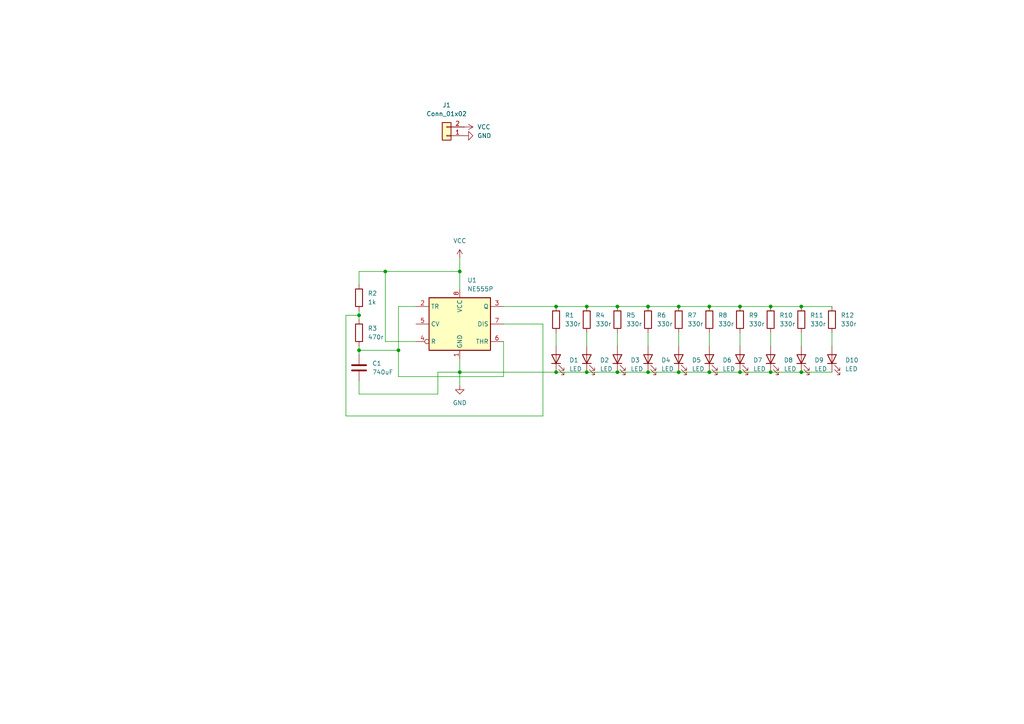
<source format=kicad_sch>
(kicad_sch
	(version 20231120)
	(generator "eeschema")
	(generator_version "8.0")
	(uuid "e92df791-401e-44b8-bb21-473e06a03097")
	(paper "A4")
	(lib_symbols
		(symbol "Connector_Generic:Conn_01x02"
			(pin_names
				(offset 1.016) hide)
			(exclude_from_sim no)
			(in_bom yes)
			(on_board yes)
			(property "Reference" "J"
				(at 0 2.54 0)
				(effects
					(font
						(size 1.27 1.27)
					)
				)
			)
			(property "Value" "Conn_01x02"
				(at 0 -5.08 0)
				(effects
					(font
						(size 1.27 1.27)
					)
				)
			)
			(property "Footprint" ""
				(at 0 0 0)
				(effects
					(font
						(size 1.27 1.27)
					)
					(hide yes)
				)
			)
			(property "Datasheet" "~"
				(at 0 0 0)
				(effects
					(font
						(size 1.27 1.27)
					)
					(hide yes)
				)
			)
			(property "Description" "Generic connector, single row, 01x02, script generated (kicad-library-utils/schlib/autogen/connector/)"
				(at 0 0 0)
				(effects
					(font
						(size 1.27 1.27)
					)
					(hide yes)
				)
			)
			(property "ki_keywords" "connector"
				(at 0 0 0)
				(effects
					(font
						(size 1.27 1.27)
					)
					(hide yes)
				)
			)
			(property "ki_fp_filters" "Connector*:*_1x??_*"
				(at 0 0 0)
				(effects
					(font
						(size 1.27 1.27)
					)
					(hide yes)
				)
			)
			(symbol "Conn_01x02_1_1"
				(rectangle
					(start -1.27 -2.413)
					(end 0 -2.667)
					(stroke
						(width 0.1524)
						(type default)
					)
					(fill
						(type none)
					)
				)
				(rectangle
					(start -1.27 0.127)
					(end 0 -0.127)
					(stroke
						(width 0.1524)
						(type default)
					)
					(fill
						(type none)
					)
				)
				(rectangle
					(start -1.27 1.27)
					(end 1.27 -3.81)
					(stroke
						(width 0.254)
						(type default)
					)
					(fill
						(type background)
					)
				)
				(pin passive line
					(at -5.08 0 0)
					(length 3.81)
					(name "Pin_1"
						(effects
							(font
								(size 1.27 1.27)
							)
						)
					)
					(number "1"
						(effects
							(font
								(size 1.27 1.27)
							)
						)
					)
				)
				(pin passive line
					(at -5.08 -2.54 0)
					(length 3.81)
					(name "Pin_2"
						(effects
							(font
								(size 1.27 1.27)
							)
						)
					)
					(number "2"
						(effects
							(font
								(size 1.27 1.27)
							)
						)
					)
				)
			)
		)
		(symbol "Device:C"
			(pin_numbers hide)
			(pin_names
				(offset 0.254)
			)
			(exclude_from_sim no)
			(in_bom yes)
			(on_board yes)
			(property "Reference" "C"
				(at 0.635 2.54 0)
				(effects
					(font
						(size 1.27 1.27)
					)
					(justify left)
				)
			)
			(property "Value" "C"
				(at 0.635 -2.54 0)
				(effects
					(font
						(size 1.27 1.27)
					)
					(justify left)
				)
			)
			(property "Footprint" ""
				(at 0.9652 -3.81 0)
				(effects
					(font
						(size 1.27 1.27)
					)
					(hide yes)
				)
			)
			(property "Datasheet" "~"
				(at 0 0 0)
				(effects
					(font
						(size 1.27 1.27)
					)
					(hide yes)
				)
			)
			(property "Description" "Unpolarized capacitor"
				(at 0 0 0)
				(effects
					(font
						(size 1.27 1.27)
					)
					(hide yes)
				)
			)
			(property "ki_keywords" "cap capacitor"
				(at 0 0 0)
				(effects
					(font
						(size 1.27 1.27)
					)
					(hide yes)
				)
			)
			(property "ki_fp_filters" "C_*"
				(at 0 0 0)
				(effects
					(font
						(size 1.27 1.27)
					)
					(hide yes)
				)
			)
			(symbol "C_0_1"
				(polyline
					(pts
						(xy -2.032 -0.762) (xy 2.032 -0.762)
					)
					(stroke
						(width 0.508)
						(type default)
					)
					(fill
						(type none)
					)
				)
				(polyline
					(pts
						(xy -2.032 0.762) (xy 2.032 0.762)
					)
					(stroke
						(width 0.508)
						(type default)
					)
					(fill
						(type none)
					)
				)
			)
			(symbol "C_1_1"
				(pin passive line
					(at 0 3.81 270)
					(length 2.794)
					(name "~"
						(effects
							(font
								(size 1.27 1.27)
							)
						)
					)
					(number "1"
						(effects
							(font
								(size 1.27 1.27)
							)
						)
					)
				)
				(pin passive line
					(at 0 -3.81 90)
					(length 2.794)
					(name "~"
						(effects
							(font
								(size 1.27 1.27)
							)
						)
					)
					(number "2"
						(effects
							(font
								(size 1.27 1.27)
							)
						)
					)
				)
			)
		)
		(symbol "Device:LED"
			(pin_numbers hide)
			(pin_names
				(offset 1.016) hide)
			(exclude_from_sim no)
			(in_bom yes)
			(on_board yes)
			(property "Reference" "D"
				(at 0 2.54 0)
				(effects
					(font
						(size 1.27 1.27)
					)
				)
			)
			(property "Value" "LED"
				(at 0 -2.54 0)
				(effects
					(font
						(size 1.27 1.27)
					)
				)
			)
			(property "Footprint" ""
				(at 0 0 0)
				(effects
					(font
						(size 1.27 1.27)
					)
					(hide yes)
				)
			)
			(property "Datasheet" "~"
				(at 0 0 0)
				(effects
					(font
						(size 1.27 1.27)
					)
					(hide yes)
				)
			)
			(property "Description" "Light emitting diode"
				(at 0 0 0)
				(effects
					(font
						(size 1.27 1.27)
					)
					(hide yes)
				)
			)
			(property "ki_keywords" "LED diode"
				(at 0 0 0)
				(effects
					(font
						(size 1.27 1.27)
					)
					(hide yes)
				)
			)
			(property "ki_fp_filters" "LED* LED_SMD:* LED_THT:*"
				(at 0 0 0)
				(effects
					(font
						(size 1.27 1.27)
					)
					(hide yes)
				)
			)
			(symbol "LED_0_1"
				(polyline
					(pts
						(xy -1.27 -1.27) (xy -1.27 1.27)
					)
					(stroke
						(width 0.254)
						(type default)
					)
					(fill
						(type none)
					)
				)
				(polyline
					(pts
						(xy -1.27 0) (xy 1.27 0)
					)
					(stroke
						(width 0)
						(type default)
					)
					(fill
						(type none)
					)
				)
				(polyline
					(pts
						(xy 1.27 -1.27) (xy 1.27 1.27) (xy -1.27 0) (xy 1.27 -1.27)
					)
					(stroke
						(width 0.254)
						(type default)
					)
					(fill
						(type none)
					)
				)
				(polyline
					(pts
						(xy -3.048 -0.762) (xy -4.572 -2.286) (xy -3.81 -2.286) (xy -4.572 -2.286) (xy -4.572 -1.524)
					)
					(stroke
						(width 0)
						(type default)
					)
					(fill
						(type none)
					)
				)
				(polyline
					(pts
						(xy -1.778 -0.762) (xy -3.302 -2.286) (xy -2.54 -2.286) (xy -3.302 -2.286) (xy -3.302 -1.524)
					)
					(stroke
						(width 0)
						(type default)
					)
					(fill
						(type none)
					)
				)
			)
			(symbol "LED_1_1"
				(pin passive line
					(at -3.81 0 0)
					(length 2.54)
					(name "K"
						(effects
							(font
								(size 1.27 1.27)
							)
						)
					)
					(number "1"
						(effects
							(font
								(size 1.27 1.27)
							)
						)
					)
				)
				(pin passive line
					(at 3.81 0 180)
					(length 2.54)
					(name "A"
						(effects
							(font
								(size 1.27 1.27)
							)
						)
					)
					(number "2"
						(effects
							(font
								(size 1.27 1.27)
							)
						)
					)
				)
			)
		)
		(symbol "Device:R"
			(pin_numbers hide)
			(pin_names
				(offset 0)
			)
			(exclude_from_sim no)
			(in_bom yes)
			(on_board yes)
			(property "Reference" "R"
				(at 2.032 0 90)
				(effects
					(font
						(size 1.27 1.27)
					)
				)
			)
			(property "Value" "R"
				(at 0 0 90)
				(effects
					(font
						(size 1.27 1.27)
					)
				)
			)
			(property "Footprint" ""
				(at -1.778 0 90)
				(effects
					(font
						(size 1.27 1.27)
					)
					(hide yes)
				)
			)
			(property "Datasheet" "~"
				(at 0 0 0)
				(effects
					(font
						(size 1.27 1.27)
					)
					(hide yes)
				)
			)
			(property "Description" "Resistor"
				(at 0 0 0)
				(effects
					(font
						(size 1.27 1.27)
					)
					(hide yes)
				)
			)
			(property "ki_keywords" "R res resistor"
				(at 0 0 0)
				(effects
					(font
						(size 1.27 1.27)
					)
					(hide yes)
				)
			)
			(property "ki_fp_filters" "R_*"
				(at 0 0 0)
				(effects
					(font
						(size 1.27 1.27)
					)
					(hide yes)
				)
			)
			(symbol "R_0_1"
				(rectangle
					(start -1.016 -2.54)
					(end 1.016 2.54)
					(stroke
						(width 0.254)
						(type default)
					)
					(fill
						(type none)
					)
				)
			)
			(symbol "R_1_1"
				(pin passive line
					(at 0 3.81 270)
					(length 1.27)
					(name "~"
						(effects
							(font
								(size 1.27 1.27)
							)
						)
					)
					(number "1"
						(effects
							(font
								(size 1.27 1.27)
							)
						)
					)
				)
				(pin passive line
					(at 0 -3.81 90)
					(length 1.27)
					(name "~"
						(effects
							(font
								(size 1.27 1.27)
							)
						)
					)
					(number "2"
						(effects
							(font
								(size 1.27 1.27)
							)
						)
					)
				)
			)
		)
		(symbol "Timer:NE555P"
			(exclude_from_sim no)
			(in_bom yes)
			(on_board yes)
			(property "Reference" "U"
				(at -10.16 8.89 0)
				(effects
					(font
						(size 1.27 1.27)
					)
					(justify left)
				)
			)
			(property "Value" "NE555P"
				(at 2.54 8.89 0)
				(effects
					(font
						(size 1.27 1.27)
					)
					(justify left)
				)
			)
			(property "Footprint" "Package_DIP:DIP-8_W7.62mm"
				(at 16.51 -10.16 0)
				(effects
					(font
						(size 1.27 1.27)
					)
					(hide yes)
				)
			)
			(property "Datasheet" "http://www.ti.com/lit/ds/symlink/ne555.pdf"
				(at 21.59 -10.16 0)
				(effects
					(font
						(size 1.27 1.27)
					)
					(hide yes)
				)
			)
			(property "Description" "Precision Timers, 555 compatible,  PDIP-8"
				(at 0 0 0)
				(effects
					(font
						(size 1.27 1.27)
					)
					(hide yes)
				)
			)
			(property "ki_keywords" "single timer 555"
				(at 0 0 0)
				(effects
					(font
						(size 1.27 1.27)
					)
					(hide yes)
				)
			)
			(property "ki_fp_filters" "DIP*W7.62mm*"
				(at 0 0 0)
				(effects
					(font
						(size 1.27 1.27)
					)
					(hide yes)
				)
			)
			(symbol "NE555P_0_0"
				(pin power_in line
					(at 0 -10.16 90)
					(length 2.54)
					(name "GND"
						(effects
							(font
								(size 1.27 1.27)
							)
						)
					)
					(number "1"
						(effects
							(font
								(size 1.27 1.27)
							)
						)
					)
				)
				(pin power_in line
					(at 0 10.16 270)
					(length 2.54)
					(name "VCC"
						(effects
							(font
								(size 1.27 1.27)
							)
						)
					)
					(number "8"
						(effects
							(font
								(size 1.27 1.27)
							)
						)
					)
				)
			)
			(symbol "NE555P_0_1"
				(rectangle
					(start -8.89 -7.62)
					(end 8.89 7.62)
					(stroke
						(width 0.254)
						(type default)
					)
					(fill
						(type background)
					)
				)
				(rectangle
					(start -8.89 -7.62)
					(end 8.89 7.62)
					(stroke
						(width 0.254)
						(type default)
					)
					(fill
						(type background)
					)
				)
			)
			(symbol "NE555P_1_1"
				(pin input line
					(at -12.7 5.08 0)
					(length 3.81)
					(name "TR"
						(effects
							(font
								(size 1.27 1.27)
							)
						)
					)
					(number "2"
						(effects
							(font
								(size 1.27 1.27)
							)
						)
					)
				)
				(pin output line
					(at 12.7 5.08 180)
					(length 3.81)
					(name "Q"
						(effects
							(font
								(size 1.27 1.27)
							)
						)
					)
					(number "3"
						(effects
							(font
								(size 1.27 1.27)
							)
						)
					)
				)
				(pin input inverted
					(at -12.7 -5.08 0)
					(length 3.81)
					(name "R"
						(effects
							(font
								(size 1.27 1.27)
							)
						)
					)
					(number "4"
						(effects
							(font
								(size 1.27 1.27)
							)
						)
					)
				)
				(pin input line
					(at -12.7 0 0)
					(length 3.81)
					(name "CV"
						(effects
							(font
								(size 1.27 1.27)
							)
						)
					)
					(number "5"
						(effects
							(font
								(size 1.27 1.27)
							)
						)
					)
				)
				(pin input line
					(at 12.7 -5.08 180)
					(length 3.81)
					(name "THR"
						(effects
							(font
								(size 1.27 1.27)
							)
						)
					)
					(number "6"
						(effects
							(font
								(size 1.27 1.27)
							)
						)
					)
				)
				(pin input line
					(at 12.7 0 180)
					(length 3.81)
					(name "DIS"
						(effects
							(font
								(size 1.27 1.27)
							)
						)
					)
					(number "7"
						(effects
							(font
								(size 1.27 1.27)
							)
						)
					)
				)
			)
		)
		(symbol "power:GND"
			(power)
			(pin_numbers hide)
			(pin_names
				(offset 0) hide)
			(exclude_from_sim no)
			(in_bom yes)
			(on_board yes)
			(property "Reference" "#PWR"
				(at 0 -6.35 0)
				(effects
					(font
						(size 1.27 1.27)
					)
					(hide yes)
				)
			)
			(property "Value" "GND"
				(at 0 -3.81 0)
				(effects
					(font
						(size 1.27 1.27)
					)
				)
			)
			(property "Footprint" ""
				(at 0 0 0)
				(effects
					(font
						(size 1.27 1.27)
					)
					(hide yes)
				)
			)
			(property "Datasheet" ""
				(at 0 0 0)
				(effects
					(font
						(size 1.27 1.27)
					)
					(hide yes)
				)
			)
			(property "Description" "Power symbol creates a global label with name \"GND\" , ground"
				(at 0 0 0)
				(effects
					(font
						(size 1.27 1.27)
					)
					(hide yes)
				)
			)
			(property "ki_keywords" "global power"
				(at 0 0 0)
				(effects
					(font
						(size 1.27 1.27)
					)
					(hide yes)
				)
			)
			(symbol "GND_0_1"
				(polyline
					(pts
						(xy 0 0) (xy 0 -1.27) (xy 1.27 -1.27) (xy 0 -2.54) (xy -1.27 -1.27) (xy 0 -1.27)
					)
					(stroke
						(width 0)
						(type default)
					)
					(fill
						(type none)
					)
				)
			)
			(symbol "GND_1_1"
				(pin power_in line
					(at 0 0 270)
					(length 0)
					(name "~"
						(effects
							(font
								(size 1.27 1.27)
							)
						)
					)
					(number "1"
						(effects
							(font
								(size 1.27 1.27)
							)
						)
					)
				)
			)
		)
		(symbol "power:VCC"
			(power)
			(pin_numbers hide)
			(pin_names
				(offset 0) hide)
			(exclude_from_sim no)
			(in_bom yes)
			(on_board yes)
			(property "Reference" "#PWR"
				(at 0 -3.81 0)
				(effects
					(font
						(size 1.27 1.27)
					)
					(hide yes)
				)
			)
			(property "Value" "VCC"
				(at 0 3.556 0)
				(effects
					(font
						(size 1.27 1.27)
					)
				)
			)
			(property "Footprint" ""
				(at 0 0 0)
				(effects
					(font
						(size 1.27 1.27)
					)
					(hide yes)
				)
			)
			(property "Datasheet" ""
				(at 0 0 0)
				(effects
					(font
						(size 1.27 1.27)
					)
					(hide yes)
				)
			)
			(property "Description" "Power symbol creates a global label with name \"VCC\""
				(at 0 0 0)
				(effects
					(font
						(size 1.27 1.27)
					)
					(hide yes)
				)
			)
			(property "ki_keywords" "global power"
				(at 0 0 0)
				(effects
					(font
						(size 1.27 1.27)
					)
					(hide yes)
				)
			)
			(symbol "VCC_0_1"
				(polyline
					(pts
						(xy -0.762 1.27) (xy 0 2.54)
					)
					(stroke
						(width 0)
						(type default)
					)
					(fill
						(type none)
					)
				)
				(polyline
					(pts
						(xy 0 0) (xy 0 2.54)
					)
					(stroke
						(width 0)
						(type default)
					)
					(fill
						(type none)
					)
				)
				(polyline
					(pts
						(xy 0 2.54) (xy 0.762 1.27)
					)
					(stroke
						(width 0)
						(type default)
					)
					(fill
						(type none)
					)
				)
			)
			(symbol "VCC_1_1"
				(pin power_in line
					(at 0 0 90)
					(length 0)
					(name "~"
						(effects
							(font
								(size 1.27 1.27)
							)
						)
					)
					(number "1"
						(effects
							(font
								(size 1.27 1.27)
							)
						)
					)
				)
			)
		)
	)
	(junction
		(at 214.63 107.95)
		(diameter 0)
		(color 0 0 0 0)
		(uuid "0124cfb8-7aa8-45fb-9c8f-c91a40413290")
	)
	(junction
		(at 111.76 78.74)
		(diameter 0)
		(color 0 0 0 0)
		(uuid "0ea4f0fe-6909-47a4-ab06-60c13a712703")
	)
	(junction
		(at 196.85 88.9)
		(diameter 0)
		(color 0 0 0 0)
		(uuid "1302fd66-6fee-4a38-864d-a9b4d6396ac7")
	)
	(junction
		(at 232.41 107.95)
		(diameter 0)
		(color 0 0 0 0)
		(uuid "1330f435-ffca-43d3-8cf5-a114fbddae3f")
	)
	(junction
		(at 133.35 107.95)
		(diameter 0)
		(color 0 0 0 0)
		(uuid "192f95bf-dee6-4a55-b9e1-696e207a75bf")
	)
	(junction
		(at 179.07 88.9)
		(diameter 0)
		(color 0 0 0 0)
		(uuid "19318ba0-4df8-44b5-9202-cb88596f7ad0")
	)
	(junction
		(at 161.29 88.9)
		(diameter 0)
		(color 0 0 0 0)
		(uuid "26f70d54-44fb-471a-a07b-ceaae977796c")
	)
	(junction
		(at 232.41 88.9)
		(diameter 0)
		(color 0 0 0 0)
		(uuid "32495cf6-171d-48fa-a3ae-4ae47e650e77")
	)
	(junction
		(at 187.96 107.95)
		(diameter 0)
		(color 0 0 0 0)
		(uuid "4c41f2b1-9520-4268-823e-19a0de828cc0")
	)
	(junction
		(at 214.63 88.9)
		(diameter 0)
		(color 0 0 0 0)
		(uuid "52025938-6c0f-4685-8596-5f900ee162b8")
	)
	(junction
		(at 179.07 107.95)
		(diameter 0)
		(color 0 0 0 0)
		(uuid "54057878-1625-42a5-8b15-76ff2aede69d")
	)
	(junction
		(at 170.18 107.95)
		(diameter 0)
		(color 0 0 0 0)
		(uuid "678db159-b66c-4309-aa67-815ced1ef0d0")
	)
	(junction
		(at 115.57 101.6)
		(diameter 0)
		(color 0 0 0 0)
		(uuid "76d34c01-9efa-4e43-8021-282541e01208")
	)
	(junction
		(at 196.85 107.95)
		(diameter 0)
		(color 0 0 0 0)
		(uuid "7a37a0d7-b814-439e-9568-1d35302160e3")
	)
	(junction
		(at 170.18 88.9)
		(diameter 0)
		(color 0 0 0 0)
		(uuid "7c09ffde-f6ad-49a6-a184-52dcc626e65f")
	)
	(junction
		(at 161.29 107.95)
		(diameter 0)
		(color 0 0 0 0)
		(uuid "8c7e7aec-aed4-4f9e-818b-417f2003b028")
	)
	(junction
		(at 205.74 107.95)
		(diameter 0)
		(color 0 0 0 0)
		(uuid "a4b6e5ba-25aa-469b-8d78-871b9dce2907")
	)
	(junction
		(at 223.52 88.9)
		(diameter 0)
		(color 0 0 0 0)
		(uuid "b74cdc1e-03af-4b3b-b371-39086bafefd7")
	)
	(junction
		(at 205.74 88.9)
		(diameter 0)
		(color 0 0 0 0)
		(uuid "c8afaa40-905b-4da5-bb84-158cbb04dd07")
	)
	(junction
		(at 223.52 107.95)
		(diameter 0)
		(color 0 0 0 0)
		(uuid "ca3b3756-fecf-4c33-b42b-b97b54f0b04f")
	)
	(junction
		(at 133.35 78.74)
		(diameter 0)
		(color 0 0 0 0)
		(uuid "d2385c34-60ca-4695-92a7-9d690c96e819")
	)
	(junction
		(at 104.14 101.6)
		(diameter 0)
		(color 0 0 0 0)
		(uuid "da0c501d-ecef-49c8-97fc-c5ba3fc6652f")
	)
	(junction
		(at 104.14 91.44)
		(diameter 0)
		(color 0 0 0 0)
		(uuid "dd2f29e5-a096-4a7c-8d8e-263bda0fc9e5")
	)
	(junction
		(at 187.96 88.9)
		(diameter 0)
		(color 0 0 0 0)
		(uuid "f85ef039-5c61-498f-a27b-36d7121de41e")
	)
	(wire
		(pts
			(xy 115.57 88.9) (xy 115.57 101.6)
		)
		(stroke
			(width 0)
			(type default)
		)
		(uuid "096170b3-7348-4e85-a20b-d22f1571d2e8")
	)
	(wire
		(pts
			(xy 205.74 107.95) (xy 214.63 107.95)
		)
		(stroke
			(width 0)
			(type default)
		)
		(uuid "098b478d-3855-41e0-8acd-04cf0ccb9341")
	)
	(wire
		(pts
			(xy 104.14 100.33) (xy 104.14 101.6)
		)
		(stroke
			(width 0)
			(type default)
		)
		(uuid "09c536b4-9f18-4d5b-8a5a-3c72e8e9da6a")
	)
	(wire
		(pts
			(xy 104.14 101.6) (xy 115.57 101.6)
		)
		(stroke
			(width 0)
			(type default)
		)
		(uuid "0d0ba524-e5af-48db-9b24-53c7d5d41197")
	)
	(wire
		(pts
			(xy 196.85 107.95) (xy 205.74 107.95)
		)
		(stroke
			(width 0)
			(type default)
		)
		(uuid "100bb346-8b97-4ed9-b1ad-24254de46fa0")
	)
	(wire
		(pts
			(xy 120.65 99.06) (xy 111.76 99.06)
		)
		(stroke
			(width 0)
			(type default)
		)
		(uuid "109cea51-4d4e-494c-9ae0-d378edb924ab")
	)
	(wire
		(pts
			(xy 157.48 120.65) (xy 100.33 120.65)
		)
		(stroke
			(width 0)
			(type default)
		)
		(uuid "11e15e2e-117a-42d7-a1eb-10a85687cdd0")
	)
	(wire
		(pts
			(xy 170.18 107.95) (xy 179.07 107.95)
		)
		(stroke
			(width 0)
			(type default)
		)
		(uuid "1245b00f-9572-418a-a9ec-60ad6df68024")
	)
	(wire
		(pts
			(xy 133.35 107.95) (xy 133.35 111.76)
		)
		(stroke
			(width 0)
			(type default)
		)
		(uuid "13bb4481-0a0f-4cef-8f43-623d533f1d4c")
	)
	(wire
		(pts
			(xy 133.35 104.14) (xy 133.35 107.95)
		)
		(stroke
			(width 0)
			(type default)
		)
		(uuid "1caccb46-0660-4d87-98d9-d87e39df8d10")
	)
	(wire
		(pts
			(xy 223.52 88.9) (xy 232.41 88.9)
		)
		(stroke
			(width 0)
			(type default)
		)
		(uuid "29766b2f-aafb-4f79-be55-3ea2f43b5aec")
	)
	(wire
		(pts
			(xy 146.05 99.06) (xy 146.05 109.22)
		)
		(stroke
			(width 0)
			(type default)
		)
		(uuid "2c95ce58-d019-4cbc-95b3-ea43a5ba18f9")
	)
	(wire
		(pts
			(xy 146.05 88.9) (xy 161.29 88.9)
		)
		(stroke
			(width 0)
			(type default)
		)
		(uuid "38584f59-13c4-4694-b1c7-73edc0c8a2e2")
	)
	(wire
		(pts
			(xy 104.14 101.6) (xy 104.14 102.87)
		)
		(stroke
			(width 0)
			(type default)
		)
		(uuid "3b84e3b8-1c55-4353-aadc-03cddd744e74")
	)
	(wire
		(pts
			(xy 232.41 107.95) (xy 241.3 107.95)
		)
		(stroke
			(width 0)
			(type default)
		)
		(uuid "3e1a3f34-1c94-4b84-97d3-8a024af636b1")
	)
	(wire
		(pts
			(xy 104.14 114.3) (xy 127 114.3)
		)
		(stroke
			(width 0)
			(type default)
		)
		(uuid "3f334f10-defa-48b0-b823-f8092343265e")
	)
	(wire
		(pts
			(xy 196.85 96.52) (xy 196.85 100.33)
		)
		(stroke
			(width 0)
			(type default)
		)
		(uuid "44652ca7-feca-49f2-80fc-357428caa9ca")
	)
	(wire
		(pts
			(xy 100.33 120.65) (xy 100.33 91.44)
		)
		(stroke
			(width 0)
			(type default)
		)
		(uuid "4567bd72-c25b-4119-afc2-971ec94dd7b5")
	)
	(wire
		(pts
			(xy 133.35 107.95) (xy 161.29 107.95)
		)
		(stroke
			(width 0)
			(type default)
		)
		(uuid "47dedccf-eb1a-4fd1-87c0-0eb32545fe26")
	)
	(wire
		(pts
			(xy 161.29 96.52) (xy 161.29 100.33)
		)
		(stroke
			(width 0)
			(type default)
		)
		(uuid "4ba055b9-0d2f-4d5e-9375-7ea1c4b0d9d8")
	)
	(wire
		(pts
			(xy 161.29 88.9) (xy 170.18 88.9)
		)
		(stroke
			(width 0)
			(type default)
		)
		(uuid "5059268f-df4d-4eae-9bc9-02d77b0449e6")
	)
	(wire
		(pts
			(xy 205.74 96.52) (xy 205.74 100.33)
		)
		(stroke
			(width 0)
			(type default)
		)
		(uuid "54aa1417-05d4-4f0b-b294-580a88ae02da")
	)
	(wire
		(pts
			(xy 120.65 88.9) (xy 115.57 88.9)
		)
		(stroke
			(width 0)
			(type default)
		)
		(uuid "613111e5-e54a-4107-88f1-294742334027")
	)
	(wire
		(pts
			(xy 127 107.95) (xy 133.35 107.95)
		)
		(stroke
			(width 0)
			(type default)
		)
		(uuid "633024c9-e391-43b0-a4e8-a6370bbcbddb")
	)
	(wire
		(pts
			(xy 214.63 96.52) (xy 214.63 100.33)
		)
		(stroke
			(width 0)
			(type default)
		)
		(uuid "665ee735-2380-48c4-afb6-ac64e463e283")
	)
	(wire
		(pts
			(xy 157.48 93.98) (xy 157.48 120.65)
		)
		(stroke
			(width 0)
			(type default)
		)
		(uuid "67ee20aa-ef8f-4546-affc-9ad34318e544")
	)
	(wire
		(pts
			(xy 104.14 78.74) (xy 104.14 82.55)
		)
		(stroke
			(width 0)
			(type default)
		)
		(uuid "681eac4b-4114-462d-bc36-794c7bfca943")
	)
	(wire
		(pts
			(xy 205.74 88.9) (xy 214.63 88.9)
		)
		(stroke
			(width 0)
			(type default)
		)
		(uuid "6c5546ce-251e-47d0-a8a7-2861890cfb55")
	)
	(wire
		(pts
			(xy 170.18 88.9) (xy 179.07 88.9)
		)
		(stroke
			(width 0)
			(type default)
		)
		(uuid "6cd9082f-0ef6-424c-a6f8-69eadee1bfef")
	)
	(wire
		(pts
			(xy 146.05 93.98) (xy 157.48 93.98)
		)
		(stroke
			(width 0)
			(type default)
		)
		(uuid "6d225cca-609b-44d9-8e85-2cdc205a796d")
	)
	(wire
		(pts
			(xy 100.33 91.44) (xy 104.14 91.44)
		)
		(stroke
			(width 0)
			(type default)
		)
		(uuid "70051817-c57e-4d89-883c-c54fa9428845")
	)
	(wire
		(pts
			(xy 115.57 109.22) (xy 146.05 109.22)
		)
		(stroke
			(width 0)
			(type default)
		)
		(uuid "75d0bb79-6c39-4722-84fd-774b5fc52892")
	)
	(wire
		(pts
			(xy 179.07 107.95) (xy 187.96 107.95)
		)
		(stroke
			(width 0)
			(type default)
		)
		(uuid "85bf52aa-91a1-4a6e-b5fa-566005cad1ce")
	)
	(wire
		(pts
			(xy 104.14 90.17) (xy 104.14 91.44)
		)
		(stroke
			(width 0)
			(type default)
		)
		(uuid "8b7ca9d6-7865-4620-add4-5f3b41de9fc8")
	)
	(wire
		(pts
			(xy 127 114.3) (xy 127 107.95)
		)
		(stroke
			(width 0)
			(type default)
		)
		(uuid "97d660d0-b910-4f18-b3d3-e22a5b3ab670")
	)
	(wire
		(pts
			(xy 133.35 78.74) (xy 133.35 83.82)
		)
		(stroke
			(width 0)
			(type default)
		)
		(uuid "a0c5c17a-3599-420c-a2f2-2ce10bd89562")
	)
	(wire
		(pts
			(xy 232.41 96.52) (xy 232.41 100.33)
		)
		(stroke
			(width 0)
			(type default)
		)
		(uuid "a4791e80-6638-46d6-a7e1-45bd1e17c621")
	)
	(wire
		(pts
			(xy 104.14 110.49) (xy 104.14 114.3)
		)
		(stroke
			(width 0)
			(type default)
		)
		(uuid "aaedd6bd-b6d9-449a-be07-284016589158")
	)
	(wire
		(pts
			(xy 133.35 74.93) (xy 133.35 78.74)
		)
		(stroke
			(width 0)
			(type default)
		)
		(uuid "ab1da0d6-30a9-4779-bafe-86a9bf162ca4")
	)
	(wire
		(pts
			(xy 196.85 88.9) (xy 205.74 88.9)
		)
		(stroke
			(width 0)
			(type default)
		)
		(uuid "af1c50b1-d6f1-40e0-b5d7-32d8085fb410")
	)
	(wire
		(pts
			(xy 223.52 96.52) (xy 223.52 100.33)
		)
		(stroke
			(width 0)
			(type default)
		)
		(uuid "b55a0ce6-c233-438f-9648-2657ef47c8fb")
	)
	(wire
		(pts
			(xy 111.76 99.06) (xy 111.76 78.74)
		)
		(stroke
			(width 0)
			(type default)
		)
		(uuid "be53e7d4-60b7-4245-826f-6bfe79dd96e0")
	)
	(wire
		(pts
			(xy 241.3 96.52) (xy 241.3 100.33)
		)
		(stroke
			(width 0)
			(type default)
		)
		(uuid "c34c3915-cc7b-4743-bc9d-fe68303040d2")
	)
	(wire
		(pts
			(xy 111.76 78.74) (xy 104.14 78.74)
		)
		(stroke
			(width 0)
			(type default)
		)
		(uuid "c396da46-818f-449d-a3c4-fad701301e08")
	)
	(wire
		(pts
			(xy 179.07 96.52) (xy 179.07 100.33)
		)
		(stroke
			(width 0)
			(type default)
		)
		(uuid "c6886e18-c1ce-4340-8722-739478d8747f")
	)
	(wire
		(pts
			(xy 115.57 101.6) (xy 115.57 109.22)
		)
		(stroke
			(width 0)
			(type default)
		)
		(uuid "c7514a3e-5b1b-482c-8f36-7f1b071b5860")
	)
	(wire
		(pts
			(xy 187.96 107.95) (xy 196.85 107.95)
		)
		(stroke
			(width 0)
			(type default)
		)
		(uuid "ca0560e9-3b2c-450f-996a-f46ad3fd8da7")
	)
	(wire
		(pts
			(xy 104.14 91.44) (xy 104.14 92.71)
		)
		(stroke
			(width 0)
			(type default)
		)
		(uuid "cb8d7f79-dc0c-46dc-b679-efe11e02ecad")
	)
	(wire
		(pts
			(xy 170.18 96.52) (xy 170.18 100.33)
		)
		(stroke
			(width 0)
			(type default)
		)
		(uuid "cfcb403f-8706-4b81-b0b6-fff017745d79")
	)
	(wire
		(pts
			(xy 187.96 88.9) (xy 196.85 88.9)
		)
		(stroke
			(width 0)
			(type default)
		)
		(uuid "d1133ee9-7a11-4be9-a058-15d2f8cc8368")
	)
	(wire
		(pts
			(xy 111.76 78.74) (xy 133.35 78.74)
		)
		(stroke
			(width 0)
			(type default)
		)
		(uuid "d9fcb8b7-bbd5-4d65-a1ef-c400b7dc5871")
	)
	(wire
		(pts
			(xy 232.41 88.9) (xy 241.3 88.9)
		)
		(stroke
			(width 0)
			(type default)
		)
		(uuid "db23cdec-3682-407f-84f5-8b84220ac6ba")
	)
	(wire
		(pts
			(xy 214.63 88.9) (xy 223.52 88.9)
		)
		(stroke
			(width 0)
			(type default)
		)
		(uuid "e86777a3-04f5-497b-8881-56c54f83ef8c")
	)
	(wire
		(pts
			(xy 179.07 88.9) (xy 187.96 88.9)
		)
		(stroke
			(width 0)
			(type default)
		)
		(uuid "e9029375-9cca-4908-8b79-39ab7164098e")
	)
	(wire
		(pts
			(xy 161.29 107.95) (xy 170.18 107.95)
		)
		(stroke
			(width 0)
			(type default)
		)
		(uuid "f044c392-cdef-42c8-a64f-3c17872f921f")
	)
	(wire
		(pts
			(xy 187.96 96.52) (xy 187.96 100.33)
		)
		(stroke
			(width 0)
			(type default)
		)
		(uuid "f064c4eb-fb10-4296-854b-6f92a77ee78c")
	)
	(wire
		(pts
			(xy 214.63 107.95) (xy 223.52 107.95)
		)
		(stroke
			(width 0)
			(type default)
		)
		(uuid "f5602a4a-e958-49fa-95cb-2110e17b73cd")
	)
	(wire
		(pts
			(xy 223.52 107.95) (xy 232.41 107.95)
		)
		(stroke
			(width 0)
			(type default)
		)
		(uuid "fefa8532-6fd5-45e6-ad2d-8f723799490b")
	)
	(symbol
		(lib_id "Device:R")
		(at 232.41 92.71 0)
		(unit 1)
		(exclude_from_sim no)
		(in_bom yes)
		(on_board yes)
		(dnp no)
		(fields_autoplaced yes)
		(uuid "06410739-f23c-491b-a62c-eec8d398a2e0")
		(property "Reference" "R11"
			(at 234.95 91.4399 0)
			(effects
				(font
					(size 1.27 1.27)
				)
				(justify left)
			)
		)
		(property "Value" "330r"
			(at 234.95 93.9799 0)
			(effects
				(font
					(size 1.27 1.27)
				)
				(justify left)
			)
		)
		(property "Footprint" "Resistor_THT:R_Axial_DIN0204_L3.6mm_D1.6mm_P5.08mm_Horizontal"
			(at 230.632 92.71 90)
			(effects
				(font
					(size 1.27 1.27)
				)
				(hide yes)
			)
		)
		(property "Datasheet" "~"
			(at 232.41 92.71 0)
			(effects
				(font
					(size 1.27 1.27)
				)
				(hide yes)
			)
		)
		(property "Description" "Resistor"
			(at 232.41 92.71 0)
			(effects
				(font
					(size 1.27 1.27)
				)
				(hide yes)
			)
		)
		(pin "2"
			(uuid "71f1e05e-bc0a-489f-8f16-7a9f5dd055ff")
		)
		(pin "1"
			(uuid "a653a451-eb1b-4b3d-8871-5660187bec5b")
		)
		(instances
			(project "Hi_PCB"
				(path "/e92df791-401e-44b8-bb21-473e06a03097"
					(reference "R11")
					(unit 1)
				)
			)
		)
	)
	(symbol
		(lib_id "Device:R")
		(at 179.07 92.71 0)
		(unit 1)
		(exclude_from_sim no)
		(in_bom yes)
		(on_board yes)
		(dnp no)
		(fields_autoplaced yes)
		(uuid "134a5834-7649-4956-9971-3c389576b336")
		(property "Reference" "R5"
			(at 181.61 91.4399 0)
			(effects
				(font
					(size 1.27 1.27)
				)
				(justify left)
			)
		)
		(property "Value" "330r"
			(at 181.61 93.9799 0)
			(effects
				(font
					(size 1.27 1.27)
				)
				(justify left)
			)
		)
		(property "Footprint" "Resistor_THT:R_Axial_DIN0204_L3.6mm_D1.6mm_P5.08mm_Horizontal"
			(at 177.292 92.71 90)
			(effects
				(font
					(size 1.27 1.27)
				)
				(hide yes)
			)
		)
		(property "Datasheet" "~"
			(at 179.07 92.71 0)
			(effects
				(font
					(size 1.27 1.27)
				)
				(hide yes)
			)
		)
		(property "Description" "Resistor"
			(at 179.07 92.71 0)
			(effects
				(font
					(size 1.27 1.27)
				)
				(hide yes)
			)
		)
		(pin "2"
			(uuid "7e342425-55a2-4bb6-91c7-ad3f8fb0eb92")
		)
		(pin "1"
			(uuid "01b2bf48-6ebe-4455-877f-692ae9527cc6")
		)
		(instances
			(project "Hi_PCB"
				(path "/e92df791-401e-44b8-bb21-473e06a03097"
					(reference "R5")
					(unit 1)
				)
			)
		)
	)
	(symbol
		(lib_id "Device:R")
		(at 161.29 92.71 0)
		(unit 1)
		(exclude_from_sim no)
		(in_bom yes)
		(on_board yes)
		(dnp no)
		(fields_autoplaced yes)
		(uuid "14fc6161-ed1d-4e23-92f8-80fa8fbd1211")
		(property "Reference" "R1"
			(at 163.83 91.4399 0)
			(effects
				(font
					(size 1.27 1.27)
				)
				(justify left)
			)
		)
		(property "Value" "330r"
			(at 163.83 93.9799 0)
			(effects
				(font
					(size 1.27 1.27)
				)
				(justify left)
			)
		)
		(property "Footprint" "Resistor_THT:R_Axial_DIN0204_L3.6mm_D1.6mm_P5.08mm_Horizontal"
			(at 159.512 92.71 90)
			(effects
				(font
					(size 1.27 1.27)
				)
				(hide yes)
			)
		)
		(property "Datasheet" "~"
			(at 161.29 92.71 0)
			(effects
				(font
					(size 1.27 1.27)
				)
				(hide yes)
			)
		)
		(property "Description" "Resistor"
			(at 161.29 92.71 0)
			(effects
				(font
					(size 1.27 1.27)
				)
				(hide yes)
			)
		)
		(pin "2"
			(uuid "82e7c837-6f9f-49fc-9282-18ded22050bd")
		)
		(pin "1"
			(uuid "bbaf9e0b-1fc8-491f-b6eb-fe1693f182e6")
		)
		(instances
			(project ""
				(path "/e92df791-401e-44b8-bb21-473e06a03097"
					(reference "R1")
					(unit 1)
				)
			)
		)
	)
	(symbol
		(lib_id "Device:R")
		(at 205.74 92.71 0)
		(unit 1)
		(exclude_from_sim no)
		(in_bom yes)
		(on_board yes)
		(dnp no)
		(fields_autoplaced yes)
		(uuid "278844f6-ee72-42b9-ab79-522193399369")
		(property "Reference" "R8"
			(at 208.28 91.4399 0)
			(effects
				(font
					(size 1.27 1.27)
				)
				(justify left)
			)
		)
		(property "Value" "330r"
			(at 208.28 93.9799 0)
			(effects
				(font
					(size 1.27 1.27)
				)
				(justify left)
			)
		)
		(property "Footprint" "Resistor_THT:R_Axial_DIN0204_L3.6mm_D1.6mm_P5.08mm_Horizontal"
			(at 203.962 92.71 90)
			(effects
				(font
					(size 1.27 1.27)
				)
				(hide yes)
			)
		)
		(property "Datasheet" "~"
			(at 205.74 92.71 0)
			(effects
				(font
					(size 1.27 1.27)
				)
				(hide yes)
			)
		)
		(property "Description" "Resistor"
			(at 205.74 92.71 0)
			(effects
				(font
					(size 1.27 1.27)
				)
				(hide yes)
			)
		)
		(pin "2"
			(uuid "40f2af79-c48d-49e2-b2f6-a784c13b912c")
		)
		(pin "1"
			(uuid "ffa4b8a9-c179-4038-a299-fc0d050fd7b6")
		)
		(instances
			(project "Hi_PCB"
				(path "/e92df791-401e-44b8-bb21-473e06a03097"
					(reference "R8")
					(unit 1)
				)
			)
		)
	)
	(symbol
		(lib_id "Device:LED")
		(at 187.96 104.14 90)
		(unit 1)
		(exclude_from_sim no)
		(in_bom yes)
		(on_board yes)
		(dnp no)
		(fields_autoplaced yes)
		(uuid "3441a2fe-d677-4e72-9591-206bcdb07f3b")
		(property "Reference" "D4"
			(at 191.77 104.4574 90)
			(effects
				(font
					(size 1.27 1.27)
				)
				(justify right)
			)
		)
		(property "Value" "LED"
			(at 191.77 106.9974 90)
			(effects
				(font
					(size 1.27 1.27)
				)
				(justify right)
			)
		)
		(property "Footprint" "LED_THT:LED_D5.0mm"
			(at 187.96 104.14 0)
			(effects
				(font
					(size 1.27 1.27)
				)
				(hide yes)
			)
		)
		(property "Datasheet" "~"
			(at 187.96 104.14 0)
			(effects
				(font
					(size 1.27 1.27)
				)
				(hide yes)
			)
		)
		(property "Description" "Light emitting diode"
			(at 187.96 104.14 0)
			(effects
				(font
					(size 1.27 1.27)
				)
				(hide yes)
			)
		)
		(pin "2"
			(uuid "4ab04f17-94e4-45c3-8d6f-0e37ef6467f8")
		)
		(pin "1"
			(uuid "f7d34aba-9e19-4818-9b74-ff3b6e927623")
		)
		(instances
			(project "Hi_PCB"
				(path "/e92df791-401e-44b8-bb21-473e06a03097"
					(reference "D4")
					(unit 1)
				)
			)
		)
	)
	(symbol
		(lib_id "Device:R")
		(at 104.14 86.36 0)
		(unit 1)
		(exclude_from_sim no)
		(in_bom yes)
		(on_board yes)
		(dnp no)
		(fields_autoplaced yes)
		(uuid "363349bb-f451-4a2c-ae06-6018ac9d6fe8")
		(property "Reference" "R2"
			(at 106.68 85.0899 0)
			(effects
				(font
					(size 1.27 1.27)
				)
				(justify left)
			)
		)
		(property "Value" "1k"
			(at 106.68 87.6299 0)
			(effects
				(font
					(size 1.27 1.27)
				)
				(justify left)
			)
		)
		(property "Footprint" "Resistor_THT:R_Axial_DIN0204_L3.6mm_D1.6mm_P5.08mm_Horizontal"
			(at 102.362 86.36 90)
			(effects
				(font
					(size 1.27 1.27)
				)
				(hide yes)
			)
		)
		(property "Datasheet" "~"
			(at 104.14 86.36 0)
			(effects
				(font
					(size 1.27 1.27)
				)
				(hide yes)
			)
		)
		(property "Description" "Resistor"
			(at 104.14 86.36 0)
			(effects
				(font
					(size 1.27 1.27)
				)
				(hide yes)
			)
		)
		(pin "2"
			(uuid "cce8ffd7-1db3-4196-a5ac-93a5fc51a107")
		)
		(pin "1"
			(uuid "43c7bb2c-d961-4e53-a37b-f7d4c914df58")
		)
		(instances
			(project "Hi_PCB"
				(path "/e92df791-401e-44b8-bb21-473e06a03097"
					(reference "R2")
					(unit 1)
				)
			)
		)
	)
	(symbol
		(lib_id "power:VCC")
		(at 133.35 74.93 0)
		(unit 1)
		(exclude_from_sim no)
		(in_bom yes)
		(on_board yes)
		(dnp no)
		(fields_autoplaced yes)
		(uuid "519efad6-1823-4fe0-8cfa-01df6feef6eb")
		(property "Reference" "#PWR01"
			(at 133.35 78.74 0)
			(effects
				(font
					(size 1.27 1.27)
				)
				(hide yes)
			)
		)
		(property "Value" "VCC"
			(at 133.35 69.85 0)
			(effects
				(font
					(size 1.27 1.27)
				)
			)
		)
		(property "Footprint" ""
			(at 133.35 74.93 0)
			(effects
				(font
					(size 1.27 1.27)
				)
				(hide yes)
			)
		)
		(property "Datasheet" ""
			(at 133.35 74.93 0)
			(effects
				(font
					(size 1.27 1.27)
				)
				(hide yes)
			)
		)
		(property "Description" "Power symbol creates a global label with name \"VCC\""
			(at 133.35 74.93 0)
			(effects
				(font
					(size 1.27 1.27)
				)
				(hide yes)
			)
		)
		(pin "1"
			(uuid "ca6c5a94-60b4-428e-b899-93605328b3fb")
		)
		(instances
			(project ""
				(path "/e92df791-401e-44b8-bb21-473e06a03097"
					(reference "#PWR01")
					(unit 1)
				)
			)
		)
	)
	(symbol
		(lib_id "Timer:NE555P")
		(at 133.35 93.98 0)
		(unit 1)
		(exclude_from_sim no)
		(in_bom yes)
		(on_board yes)
		(dnp no)
		(fields_autoplaced yes)
		(uuid "59aedb4c-a3ac-4992-b660-121a747567c6")
		(property "Reference" "U1"
			(at 135.5441 81.28 0)
			(effects
				(font
					(size 1.27 1.27)
				)
				(justify left)
			)
		)
		(property "Value" "NE555P"
			(at 135.5441 83.82 0)
			(effects
				(font
					(size 1.27 1.27)
				)
				(justify left)
			)
		)
		(property "Footprint" "Package_DIP:DIP-8_W7.62mm"
			(at 149.86 104.14 0)
			(effects
				(font
					(size 1.27 1.27)
				)
				(hide yes)
			)
		)
		(property "Datasheet" "http://www.ti.com/lit/ds/symlink/ne555.pdf"
			(at 154.94 104.14 0)
			(effects
				(font
					(size 1.27 1.27)
				)
				(hide yes)
			)
		)
		(property "Description" "Precision Timers, 555 compatible,  PDIP-8"
			(at 133.35 93.98 0)
			(effects
				(font
					(size 1.27 1.27)
				)
				(hide yes)
			)
		)
		(pin "3"
			(uuid "3f612370-b528-4894-9433-76601fa22bd8")
		)
		(pin "1"
			(uuid "dca7bdaa-8dfb-408a-a8dd-ef9c9e0da034")
		)
		(pin "4"
			(uuid "08a3e04b-53f8-407c-8d07-8f5917ab2d20")
		)
		(pin "6"
			(uuid "3f6436c3-d7b7-4e77-8a65-0f9d378f2997")
		)
		(pin "2"
			(uuid "8e4f2288-da04-4219-aad3-739270ae5036")
		)
		(pin "5"
			(uuid "5753c950-947b-4d59-a61a-0c1878283fd3")
		)
		(pin "8"
			(uuid "c08438c1-80e6-4ecf-a256-bd682b837bf0")
		)
		(pin "7"
			(uuid "ecee6ca2-f3b2-4557-9873-d4da963454da")
		)
		(instances
			(project ""
				(path "/e92df791-401e-44b8-bb21-473e06a03097"
					(reference "U1")
					(unit 1)
				)
			)
		)
	)
	(symbol
		(lib_id "Device:R")
		(at 170.18 92.71 0)
		(unit 1)
		(exclude_from_sim no)
		(in_bom yes)
		(on_board yes)
		(dnp no)
		(fields_autoplaced yes)
		(uuid "67eb8496-0719-4e67-a965-529c4b5bf26e")
		(property "Reference" "R4"
			(at 172.72 91.4399 0)
			(effects
				(font
					(size 1.27 1.27)
				)
				(justify left)
			)
		)
		(property "Value" "330r"
			(at 172.72 93.9799 0)
			(effects
				(font
					(size 1.27 1.27)
				)
				(justify left)
			)
		)
		(property "Footprint" "Resistor_THT:R_Axial_DIN0204_L3.6mm_D1.6mm_P5.08mm_Horizontal"
			(at 168.402 92.71 90)
			(effects
				(font
					(size 1.27 1.27)
				)
				(hide yes)
			)
		)
		(property "Datasheet" "~"
			(at 170.18 92.71 0)
			(effects
				(font
					(size 1.27 1.27)
				)
				(hide yes)
			)
		)
		(property "Description" "Resistor"
			(at 170.18 92.71 0)
			(effects
				(font
					(size 1.27 1.27)
				)
				(hide yes)
			)
		)
		(pin "2"
			(uuid "02f46f52-a147-4c1e-8690-412f7e6d6ed3")
		)
		(pin "1"
			(uuid "68b95183-0267-4172-8c54-f006c425d97c")
		)
		(instances
			(project "Hi_PCB"
				(path "/e92df791-401e-44b8-bb21-473e06a03097"
					(reference "R4")
					(unit 1)
				)
			)
		)
	)
	(symbol
		(lib_id "power:GND")
		(at 134.62 39.37 90)
		(unit 1)
		(exclude_from_sim no)
		(in_bom yes)
		(on_board yes)
		(dnp no)
		(fields_autoplaced yes)
		(uuid "6cbcb8a2-df2a-4293-a434-47693bd56af0")
		(property "Reference" "#PWR04"
			(at 140.97 39.37 0)
			(effects
				(font
					(size 1.27 1.27)
				)
				(hide yes)
			)
		)
		(property "Value" "GND"
			(at 138.43 39.3699 90)
			(effects
				(font
					(size 1.27 1.27)
				)
				(justify right)
			)
		)
		(property "Footprint" ""
			(at 134.62 39.37 0)
			(effects
				(font
					(size 1.27 1.27)
				)
				(hide yes)
			)
		)
		(property "Datasheet" ""
			(at 134.62 39.37 0)
			(effects
				(font
					(size 1.27 1.27)
				)
				(hide yes)
			)
		)
		(property "Description" "Power symbol creates a global label with name \"GND\" , ground"
			(at 134.62 39.37 0)
			(effects
				(font
					(size 1.27 1.27)
				)
				(hide yes)
			)
		)
		(pin "1"
			(uuid "7b968350-0a9d-4064-818b-44c2dba370b6")
		)
		(instances
			(project ""
				(path "/e92df791-401e-44b8-bb21-473e06a03097"
					(reference "#PWR04")
					(unit 1)
				)
			)
		)
	)
	(symbol
		(lib_id "Device:R")
		(at 214.63 92.71 0)
		(unit 1)
		(exclude_from_sim no)
		(in_bom yes)
		(on_board yes)
		(dnp no)
		(fields_autoplaced yes)
		(uuid "7b9276c4-0f43-4fe0-b79a-f5386b002133")
		(property "Reference" "R9"
			(at 217.17 91.4399 0)
			(effects
				(font
					(size 1.27 1.27)
				)
				(justify left)
			)
		)
		(property "Value" "330r"
			(at 217.17 93.9799 0)
			(effects
				(font
					(size 1.27 1.27)
				)
				(justify left)
			)
		)
		(property "Footprint" "Resistor_THT:R_Axial_DIN0204_L3.6mm_D1.6mm_P5.08mm_Horizontal"
			(at 212.852 92.71 90)
			(effects
				(font
					(size 1.27 1.27)
				)
				(hide yes)
			)
		)
		(property "Datasheet" "~"
			(at 214.63 92.71 0)
			(effects
				(font
					(size 1.27 1.27)
				)
				(hide yes)
			)
		)
		(property "Description" "Resistor"
			(at 214.63 92.71 0)
			(effects
				(font
					(size 1.27 1.27)
				)
				(hide yes)
			)
		)
		(pin "2"
			(uuid "02925062-d7da-4a90-bfef-6df1d642f594")
		)
		(pin "1"
			(uuid "dc60c44d-cc40-4b2c-b076-5717157296da")
		)
		(instances
			(project "Hi_PCB"
				(path "/e92df791-401e-44b8-bb21-473e06a03097"
					(reference "R9")
					(unit 1)
				)
			)
		)
	)
	(symbol
		(lib_id "Device:LED")
		(at 214.63 104.14 90)
		(unit 1)
		(exclude_from_sim no)
		(in_bom yes)
		(on_board yes)
		(dnp no)
		(fields_autoplaced yes)
		(uuid "82379863-4f8d-4891-9648-5ab2bd1fb7e3")
		(property "Reference" "D7"
			(at 218.44 104.4574 90)
			(effects
				(font
					(size 1.27 1.27)
				)
				(justify right)
			)
		)
		(property "Value" "LED"
			(at 218.44 106.9974 90)
			(effects
				(font
					(size 1.27 1.27)
				)
				(justify right)
			)
		)
		(property "Footprint" "LED_THT:LED_D5.0mm"
			(at 214.63 104.14 0)
			(effects
				(font
					(size 1.27 1.27)
				)
				(hide yes)
			)
		)
		(property "Datasheet" "~"
			(at 214.63 104.14 0)
			(effects
				(font
					(size 1.27 1.27)
				)
				(hide yes)
			)
		)
		(property "Description" "Light emitting diode"
			(at 214.63 104.14 0)
			(effects
				(font
					(size 1.27 1.27)
				)
				(hide yes)
			)
		)
		(pin "2"
			(uuid "30f7798f-90e3-482f-993f-776e10c5382d")
		)
		(pin "1"
			(uuid "8881e59e-9a07-4f51-9387-baf36401970b")
		)
		(instances
			(project "Hi_PCB"
				(path "/e92df791-401e-44b8-bb21-473e06a03097"
					(reference "D7")
					(unit 1)
				)
			)
		)
	)
	(symbol
		(lib_id "Device:R")
		(at 196.85 92.71 0)
		(unit 1)
		(exclude_from_sim no)
		(in_bom yes)
		(on_board yes)
		(dnp no)
		(fields_autoplaced yes)
		(uuid "86ff48b2-6883-4b7d-8edf-125af4a8f9c4")
		(property "Reference" "R7"
			(at 199.39 91.4399 0)
			(effects
				(font
					(size 1.27 1.27)
				)
				(justify left)
			)
		)
		(property "Value" "330r"
			(at 199.39 93.9799 0)
			(effects
				(font
					(size 1.27 1.27)
				)
				(justify left)
			)
		)
		(property "Footprint" "Resistor_THT:R_Axial_DIN0204_L3.6mm_D1.6mm_P5.08mm_Horizontal"
			(at 195.072 92.71 90)
			(effects
				(font
					(size 1.27 1.27)
				)
				(hide yes)
			)
		)
		(property "Datasheet" "~"
			(at 196.85 92.71 0)
			(effects
				(font
					(size 1.27 1.27)
				)
				(hide yes)
			)
		)
		(property "Description" "Resistor"
			(at 196.85 92.71 0)
			(effects
				(font
					(size 1.27 1.27)
				)
				(hide yes)
			)
		)
		(pin "2"
			(uuid "a15d4c74-af77-4a2f-82d5-bd607dcf9ff4")
		)
		(pin "1"
			(uuid "e8b25e93-4c59-4ebe-984a-e4c43c295f25")
		)
		(instances
			(project "Hi_PCB"
				(path "/e92df791-401e-44b8-bb21-473e06a03097"
					(reference "R7")
					(unit 1)
				)
			)
		)
	)
	(symbol
		(lib_id "Device:R")
		(at 223.52 92.71 0)
		(unit 1)
		(exclude_from_sim no)
		(in_bom yes)
		(on_board yes)
		(dnp no)
		(fields_autoplaced yes)
		(uuid "8f07493d-d2c8-4c99-89b9-f6e7ba2d6ebf")
		(property "Reference" "R10"
			(at 226.06 91.4399 0)
			(effects
				(font
					(size 1.27 1.27)
				)
				(justify left)
			)
		)
		(property "Value" "330r"
			(at 226.06 93.9799 0)
			(effects
				(font
					(size 1.27 1.27)
				)
				(justify left)
			)
		)
		(property "Footprint" "Resistor_THT:R_Axial_DIN0204_L3.6mm_D1.6mm_P5.08mm_Horizontal"
			(at 221.742 92.71 90)
			(effects
				(font
					(size 1.27 1.27)
				)
				(hide yes)
			)
		)
		(property "Datasheet" "~"
			(at 223.52 92.71 0)
			(effects
				(font
					(size 1.27 1.27)
				)
				(hide yes)
			)
		)
		(property "Description" "Resistor"
			(at 223.52 92.71 0)
			(effects
				(font
					(size 1.27 1.27)
				)
				(hide yes)
			)
		)
		(pin "2"
			(uuid "9f637fda-603a-4b68-8305-b6ab32442f08")
		)
		(pin "1"
			(uuid "0d2ae19b-9278-4179-8140-5d8e9b3986ff")
		)
		(instances
			(project "Hi_PCB"
				(path "/e92df791-401e-44b8-bb21-473e06a03097"
					(reference "R10")
					(unit 1)
				)
			)
		)
	)
	(symbol
		(lib_id "power:VCC")
		(at 134.62 36.83 270)
		(unit 1)
		(exclude_from_sim no)
		(in_bom yes)
		(on_board yes)
		(dnp no)
		(fields_autoplaced yes)
		(uuid "904e3bf6-1143-4a8b-b7e3-335b7f4c7bce")
		(property "Reference" "#PWR03"
			(at 130.81 36.83 0)
			(effects
				(font
					(size 1.27 1.27)
				)
				(hide yes)
			)
		)
		(property "Value" "VCC"
			(at 138.43 36.8299 90)
			(effects
				(font
					(size 1.27 1.27)
				)
				(justify left)
			)
		)
		(property "Footprint" ""
			(at 134.62 36.83 0)
			(effects
				(font
					(size 1.27 1.27)
				)
				(hide yes)
			)
		)
		(property "Datasheet" ""
			(at 134.62 36.83 0)
			(effects
				(font
					(size 1.27 1.27)
				)
				(hide yes)
			)
		)
		(property "Description" "Power symbol creates a global label with name \"VCC\""
			(at 134.62 36.83 0)
			(effects
				(font
					(size 1.27 1.27)
				)
				(hide yes)
			)
		)
		(pin "1"
			(uuid "2016f803-5582-415d-8792-dfc20737996c")
		)
		(instances
			(project ""
				(path "/e92df791-401e-44b8-bb21-473e06a03097"
					(reference "#PWR03")
					(unit 1)
				)
			)
		)
	)
	(symbol
		(lib_id "Device:LED")
		(at 170.18 104.14 90)
		(unit 1)
		(exclude_from_sim no)
		(in_bom yes)
		(on_board yes)
		(dnp no)
		(fields_autoplaced yes)
		(uuid "905d6ea2-7580-43d8-b89d-6497514f4adf")
		(property "Reference" "D2"
			(at 173.99 104.4574 90)
			(effects
				(font
					(size 1.27 1.27)
				)
				(justify right)
			)
		)
		(property "Value" "LED"
			(at 173.99 106.9974 90)
			(effects
				(font
					(size 1.27 1.27)
				)
				(justify right)
			)
		)
		(property "Footprint" "LED_THT:LED_D5.0mm"
			(at 170.18 104.14 0)
			(effects
				(font
					(size 1.27 1.27)
				)
				(hide yes)
			)
		)
		(property "Datasheet" "~"
			(at 170.18 104.14 0)
			(effects
				(font
					(size 1.27 1.27)
				)
				(hide yes)
			)
		)
		(property "Description" "Light emitting diode"
			(at 170.18 104.14 0)
			(effects
				(font
					(size 1.27 1.27)
				)
				(hide yes)
			)
		)
		(pin "2"
			(uuid "cbf32d8f-0759-49e7-9863-98916471ca11")
		)
		(pin "1"
			(uuid "5b11861e-5c05-4223-8d31-af48947aa1e1")
		)
		(instances
			(project "Hi_PCB"
				(path "/e92df791-401e-44b8-bb21-473e06a03097"
					(reference "D2")
					(unit 1)
				)
			)
		)
	)
	(symbol
		(lib_id "Device:LED")
		(at 161.29 104.14 90)
		(unit 1)
		(exclude_from_sim no)
		(in_bom yes)
		(on_board yes)
		(dnp no)
		(fields_autoplaced yes)
		(uuid "950f6f09-1cbe-4b9b-8f8e-b301c943f9b0")
		(property "Reference" "D1"
			(at 165.1 104.4574 90)
			(effects
				(font
					(size 1.27 1.27)
				)
				(justify right)
			)
		)
		(property "Value" "LED"
			(at 165.1 106.9974 90)
			(effects
				(font
					(size 1.27 1.27)
				)
				(justify right)
			)
		)
		(property "Footprint" "LED_THT:LED_D5.0mm"
			(at 161.29 104.14 0)
			(effects
				(font
					(size 1.27 1.27)
				)
				(hide yes)
			)
		)
		(property "Datasheet" "~"
			(at 161.29 104.14 0)
			(effects
				(font
					(size 1.27 1.27)
				)
				(hide yes)
			)
		)
		(property "Description" "Light emitting diode"
			(at 161.29 104.14 0)
			(effects
				(font
					(size 1.27 1.27)
				)
				(hide yes)
			)
		)
		(pin "2"
			(uuid "678b1ffb-01f6-4a72-b019-34a07ebf1b1e")
		)
		(pin "1"
			(uuid "c7a27001-db55-4608-8050-8e5cc3f41219")
		)
		(instances
			(project ""
				(path "/e92df791-401e-44b8-bb21-473e06a03097"
					(reference "D1")
					(unit 1)
				)
			)
		)
	)
	(symbol
		(lib_id "Device:C")
		(at 104.14 106.68 180)
		(unit 1)
		(exclude_from_sim no)
		(in_bom yes)
		(on_board yes)
		(dnp no)
		(fields_autoplaced yes)
		(uuid "9634321f-85be-45f3-b69c-75fd87b96545")
		(property "Reference" "C1"
			(at 107.95 105.4099 0)
			(effects
				(font
					(size 1.27 1.27)
				)
				(justify right)
			)
		)
		(property "Value" "740uF"
			(at 107.95 107.9499 0)
			(effects
				(font
					(size 1.27 1.27)
				)
				(justify right)
			)
		)
		(property "Footprint" "Capacitor_THT:CP_Axial_L10.0mm_D6.0mm_P15.00mm_Horizontal"
			(at 103.1748 102.87 0)
			(effects
				(font
					(size 1.27 1.27)
				)
				(hide yes)
			)
		)
		(property "Datasheet" "~"
			(at 104.14 106.68 0)
			(effects
				(font
					(size 1.27 1.27)
				)
				(hide yes)
			)
		)
		(property "Description" "Unpolarized capacitor"
			(at 104.14 106.68 0)
			(effects
				(font
					(size 1.27 1.27)
				)
				(hide yes)
			)
		)
		(pin "2"
			(uuid "106b5cbc-47ca-4921-ad2a-082d7d3dd590")
		)
		(pin "1"
			(uuid "e19d0886-26f8-485c-b356-0a4eeb9520b7")
		)
		(instances
			(project ""
				(path "/e92df791-401e-44b8-bb21-473e06a03097"
					(reference "C1")
					(unit 1)
				)
			)
		)
	)
	(symbol
		(lib_id "Device:LED")
		(at 232.41 104.14 90)
		(unit 1)
		(exclude_from_sim no)
		(in_bom yes)
		(on_board yes)
		(dnp no)
		(fields_autoplaced yes)
		(uuid "b07f1eb1-f2f2-4ff8-b6c4-7a511bb3ad0d")
		(property "Reference" "D9"
			(at 236.22 104.4574 90)
			(effects
				(font
					(size 1.27 1.27)
				)
				(justify right)
			)
		)
		(property "Value" "LED"
			(at 236.22 106.9974 90)
			(effects
				(font
					(size 1.27 1.27)
				)
				(justify right)
			)
		)
		(property "Footprint" "LED_THT:LED_D5.0mm"
			(at 232.41 104.14 0)
			(effects
				(font
					(size 1.27 1.27)
				)
				(hide yes)
			)
		)
		(property "Datasheet" "~"
			(at 232.41 104.14 0)
			(effects
				(font
					(size 1.27 1.27)
				)
				(hide yes)
			)
		)
		(property "Description" "Light emitting diode"
			(at 232.41 104.14 0)
			(effects
				(font
					(size 1.27 1.27)
				)
				(hide yes)
			)
		)
		(pin "2"
			(uuid "645f078c-76ee-4c43-b2fe-60cc498b6ce3")
		)
		(pin "1"
			(uuid "dc40efff-2aeb-4e3e-9d9e-96fc6673e395")
		)
		(instances
			(project "Hi_PCB"
				(path "/e92df791-401e-44b8-bb21-473e06a03097"
					(reference "D9")
					(unit 1)
				)
			)
		)
	)
	(symbol
		(lib_id "Device:R")
		(at 104.14 96.52 0)
		(unit 1)
		(exclude_from_sim no)
		(in_bom yes)
		(on_board yes)
		(dnp no)
		(fields_autoplaced yes)
		(uuid "b2abcfe7-3538-4e63-a587-6f41a5ccbdc9")
		(property "Reference" "R3"
			(at 106.68 95.2499 0)
			(effects
				(font
					(size 1.27 1.27)
				)
				(justify left)
			)
		)
		(property "Value" "470r"
			(at 106.68 97.7899 0)
			(effects
				(font
					(size 1.27 1.27)
				)
				(justify left)
			)
		)
		(property "Footprint" "Resistor_THT:R_Axial_DIN0204_L3.6mm_D1.6mm_P5.08mm_Horizontal"
			(at 102.362 96.52 90)
			(effects
				(font
					(size 1.27 1.27)
				)
				(hide yes)
			)
		)
		(property "Datasheet" "~"
			(at 104.14 96.52 0)
			(effects
				(font
					(size 1.27 1.27)
				)
				(hide yes)
			)
		)
		(property "Description" "Resistor"
			(at 104.14 96.52 0)
			(effects
				(font
					(size 1.27 1.27)
				)
				(hide yes)
			)
		)
		(pin "2"
			(uuid "feb1e8f0-2ac5-4075-af81-c8acadb0340a")
		)
		(pin "1"
			(uuid "7c1610a2-e45a-4f95-b1d6-b84ed209f4ae")
		)
		(instances
			(project "Hi_PCB"
				(path "/e92df791-401e-44b8-bb21-473e06a03097"
					(reference "R3")
					(unit 1)
				)
			)
		)
	)
	(symbol
		(lib_id "Device:LED")
		(at 179.07 104.14 90)
		(unit 1)
		(exclude_from_sim no)
		(in_bom yes)
		(on_board yes)
		(dnp no)
		(fields_autoplaced yes)
		(uuid "c06c37ef-62b0-4e5f-a811-5b30e1fffc0b")
		(property "Reference" "D3"
			(at 182.88 104.4574 90)
			(effects
				(font
					(size 1.27 1.27)
				)
				(justify right)
			)
		)
		(property "Value" "LED"
			(at 182.88 106.9974 90)
			(effects
				(font
					(size 1.27 1.27)
				)
				(justify right)
			)
		)
		(property "Footprint" "LED_THT:LED_D5.0mm"
			(at 179.07 104.14 0)
			(effects
				(font
					(size 1.27 1.27)
				)
				(hide yes)
			)
		)
		(property "Datasheet" "~"
			(at 179.07 104.14 0)
			(effects
				(font
					(size 1.27 1.27)
				)
				(hide yes)
			)
		)
		(property "Description" "Light emitting diode"
			(at 179.07 104.14 0)
			(effects
				(font
					(size 1.27 1.27)
				)
				(hide yes)
			)
		)
		(pin "2"
			(uuid "83b7d154-cb7c-46f6-a552-74b00c33ae0b")
		)
		(pin "1"
			(uuid "b020067c-61ed-457b-a481-71de1ab311b0")
		)
		(instances
			(project "Hi_PCB"
				(path "/e92df791-401e-44b8-bb21-473e06a03097"
					(reference "D3")
					(unit 1)
				)
			)
		)
	)
	(symbol
		(lib_id "Device:LED")
		(at 205.74 104.14 90)
		(unit 1)
		(exclude_from_sim no)
		(in_bom yes)
		(on_board yes)
		(dnp no)
		(fields_autoplaced yes)
		(uuid "c50f4012-6fed-45d2-9d71-fbc4226765d5")
		(property "Reference" "D6"
			(at 209.55 104.4574 90)
			(effects
				(font
					(size 1.27 1.27)
				)
				(justify right)
			)
		)
		(property "Value" "LED"
			(at 209.55 106.9974 90)
			(effects
				(font
					(size 1.27 1.27)
				)
				(justify right)
			)
		)
		(property "Footprint" "LED_THT:LED_D5.0mm"
			(at 205.74 104.14 0)
			(effects
				(font
					(size 1.27 1.27)
				)
				(hide yes)
			)
		)
		(property "Datasheet" "~"
			(at 205.74 104.14 0)
			(effects
				(font
					(size 1.27 1.27)
				)
				(hide yes)
			)
		)
		(property "Description" "Light emitting diode"
			(at 205.74 104.14 0)
			(effects
				(font
					(size 1.27 1.27)
				)
				(hide yes)
			)
		)
		(pin "2"
			(uuid "6385fac6-4d7c-4c27-94b4-00244c50f607")
		)
		(pin "1"
			(uuid "34a8f551-d628-4922-ac62-d0317cd10f76")
		)
		(instances
			(project "Hi_PCB"
				(path "/e92df791-401e-44b8-bb21-473e06a03097"
					(reference "D6")
					(unit 1)
				)
			)
		)
	)
	(symbol
		(lib_id "Device:LED")
		(at 223.52 104.14 90)
		(unit 1)
		(exclude_from_sim no)
		(in_bom yes)
		(on_board yes)
		(dnp no)
		(fields_autoplaced yes)
		(uuid "c8686bfc-e9c1-45da-bb9a-e635b906ca1c")
		(property "Reference" "D8"
			(at 227.33 104.4574 90)
			(effects
				(font
					(size 1.27 1.27)
				)
				(justify right)
			)
		)
		(property "Value" "LED"
			(at 227.33 106.9974 90)
			(effects
				(font
					(size 1.27 1.27)
				)
				(justify right)
			)
		)
		(property "Footprint" "LED_THT:LED_D5.0mm"
			(at 223.52 104.14 0)
			(effects
				(font
					(size 1.27 1.27)
				)
				(hide yes)
			)
		)
		(property "Datasheet" "~"
			(at 223.52 104.14 0)
			(effects
				(font
					(size 1.27 1.27)
				)
				(hide yes)
			)
		)
		(property "Description" "Light emitting diode"
			(at 223.52 104.14 0)
			(effects
				(font
					(size 1.27 1.27)
				)
				(hide yes)
			)
		)
		(pin "2"
			(uuid "e5ead159-194e-422f-996d-526ed424c2c8")
		)
		(pin "1"
			(uuid "a13e7d70-f1a5-4c7c-a975-05855e5e8f92")
		)
		(instances
			(project "Hi_PCB"
				(path "/e92df791-401e-44b8-bb21-473e06a03097"
					(reference "D8")
					(unit 1)
				)
			)
		)
	)
	(symbol
		(lib_id "Device:LED")
		(at 196.85 104.14 90)
		(unit 1)
		(exclude_from_sim no)
		(in_bom yes)
		(on_board yes)
		(dnp no)
		(fields_autoplaced yes)
		(uuid "d0841fc0-c222-45f7-ba11-9a116b30ee72")
		(property "Reference" "D5"
			(at 200.66 104.4574 90)
			(effects
				(font
					(size 1.27 1.27)
				)
				(justify right)
			)
		)
		(property "Value" "LED"
			(at 200.66 106.9974 90)
			(effects
				(font
					(size 1.27 1.27)
				)
				(justify right)
			)
		)
		(property "Footprint" "LED_THT:LED_D5.0mm"
			(at 196.85 104.14 0)
			(effects
				(font
					(size 1.27 1.27)
				)
				(hide yes)
			)
		)
		(property "Datasheet" "~"
			(at 196.85 104.14 0)
			(effects
				(font
					(size 1.27 1.27)
				)
				(hide yes)
			)
		)
		(property "Description" "Light emitting diode"
			(at 196.85 104.14 0)
			(effects
				(font
					(size 1.27 1.27)
				)
				(hide yes)
			)
		)
		(pin "2"
			(uuid "4572aa17-bf92-4026-a358-a38d34c2dc2f")
		)
		(pin "1"
			(uuid "78da67bc-d976-4760-b9f3-40abe0ce6098")
		)
		(instances
			(project "Hi_PCB"
				(path "/e92df791-401e-44b8-bb21-473e06a03097"
					(reference "D5")
					(unit 1)
				)
			)
		)
	)
	(symbol
		(lib_id "Device:LED")
		(at 241.3 104.14 90)
		(unit 1)
		(exclude_from_sim no)
		(in_bom yes)
		(on_board yes)
		(dnp no)
		(fields_autoplaced yes)
		(uuid "d693de50-65af-4f02-8b6e-9b444b3bdf19")
		(property "Reference" "D10"
			(at 245.11 104.4574 90)
			(effects
				(font
					(size 1.27 1.27)
				)
				(justify right)
			)
		)
		(property "Value" "LED"
			(at 245.11 106.9974 90)
			(effects
				(font
					(size 1.27 1.27)
				)
				(justify right)
			)
		)
		(property "Footprint" "LED_THT:LED_D5.0mm"
			(at 241.3 104.14 0)
			(effects
				(font
					(size 1.27 1.27)
				)
				(hide yes)
			)
		)
		(property "Datasheet" "~"
			(at 241.3 104.14 0)
			(effects
				(font
					(size 1.27 1.27)
				)
				(hide yes)
			)
		)
		(property "Description" "Light emitting diode"
			(at 241.3 104.14 0)
			(effects
				(font
					(size 1.27 1.27)
				)
				(hide yes)
			)
		)
		(pin "2"
			(uuid "107f9747-5a55-4fb3-95e3-922ac98c4240")
		)
		(pin "1"
			(uuid "74374f08-d012-4ed9-904c-aca58e3cee17")
		)
		(instances
			(project "Hi_PCB"
				(path "/e92df791-401e-44b8-bb21-473e06a03097"
					(reference "D10")
					(unit 1)
				)
			)
		)
	)
	(symbol
		(lib_id "power:GND")
		(at 133.35 111.76 0)
		(unit 1)
		(exclude_from_sim no)
		(in_bom yes)
		(on_board yes)
		(dnp no)
		(fields_autoplaced yes)
		(uuid "dd3ba6b0-12c3-4142-b21a-0ef41dfdbe61")
		(property "Reference" "#PWR02"
			(at 133.35 118.11 0)
			(effects
				(font
					(size 1.27 1.27)
				)
				(hide yes)
			)
		)
		(property "Value" "GND"
			(at 133.35 116.84 0)
			(effects
				(font
					(size 1.27 1.27)
				)
			)
		)
		(property "Footprint" ""
			(at 133.35 111.76 0)
			(effects
				(font
					(size 1.27 1.27)
				)
				(hide yes)
			)
		)
		(property "Datasheet" ""
			(at 133.35 111.76 0)
			(effects
				(font
					(size 1.27 1.27)
				)
				(hide yes)
			)
		)
		(property "Description" "Power symbol creates a global label with name \"GND\" , ground"
			(at 133.35 111.76 0)
			(effects
				(font
					(size 1.27 1.27)
				)
				(hide yes)
			)
		)
		(pin "1"
			(uuid "cfe16c13-3cf7-4f23-9d7f-2332ac632a56")
		)
		(instances
			(project ""
				(path "/e92df791-401e-44b8-bb21-473e06a03097"
					(reference "#PWR02")
					(unit 1)
				)
			)
		)
	)
	(symbol
		(lib_id "Device:R")
		(at 241.3 92.71 0)
		(unit 1)
		(exclude_from_sim no)
		(in_bom yes)
		(on_board yes)
		(dnp no)
		(fields_autoplaced yes)
		(uuid "e79f7c02-94dd-464a-ac41-5bdb01ca6ea5")
		(property "Reference" "R12"
			(at 243.84 91.4399 0)
			(effects
				(font
					(size 1.27 1.27)
				)
				(justify left)
			)
		)
		(property "Value" "330r"
			(at 243.84 93.9799 0)
			(effects
				(font
					(size 1.27 1.27)
				)
				(justify left)
			)
		)
		(property "Footprint" "Resistor_THT:R_Axial_DIN0204_L3.6mm_D1.6mm_P5.08mm_Horizontal"
			(at 239.522 92.71 90)
			(effects
				(font
					(size 1.27 1.27)
				)
				(hide yes)
			)
		)
		(property "Datasheet" "~"
			(at 241.3 92.71 0)
			(effects
				(font
					(size 1.27 1.27)
				)
				(hide yes)
			)
		)
		(property "Description" "Resistor"
			(at 241.3 92.71 0)
			(effects
				(font
					(size 1.27 1.27)
				)
				(hide yes)
			)
		)
		(pin "2"
			(uuid "b7009492-6d91-470f-be60-d039591ac49e")
		)
		(pin "1"
			(uuid "a5678bd5-4c31-4b24-ab03-facad69f8cb2")
		)
		(instances
			(project "Hi_PCB"
				(path "/e92df791-401e-44b8-bb21-473e06a03097"
					(reference "R12")
					(unit 1)
				)
			)
		)
	)
	(symbol
		(lib_id "Connector_Generic:Conn_01x02")
		(at 129.54 39.37 180)
		(unit 1)
		(exclude_from_sim no)
		(in_bom yes)
		(on_board yes)
		(dnp no)
		(fields_autoplaced yes)
		(uuid "f10c39dd-96be-422f-91fa-3f2a7207dc29")
		(property "Reference" "J1"
			(at 129.54 30.48 0)
			(effects
				(font
					(size 1.27 1.27)
				)
			)
		)
		(property "Value" "Conn_01x02"
			(at 129.54 33.02 0)
			(effects
				(font
					(size 1.27 1.27)
				)
			)
		)
		(property "Footprint" "Connector_PinHeader_2.54mm:PinHeader_1x02_P2.54mm_Vertical"
			(at 129.54 39.37 0)
			(effects
				(font
					(size 1.27 1.27)
				)
				(hide yes)
			)
		)
		(property "Datasheet" "~"
			(at 129.54 39.37 0)
			(effects
				(font
					(size 1.27 1.27)
				)
				(hide yes)
			)
		)
		(property "Description" "Generic connector, single row, 01x02, script generated (kicad-library-utils/schlib/autogen/connector/)"
			(at 129.54 39.37 0)
			(effects
				(font
					(size 1.27 1.27)
				)
				(hide yes)
			)
		)
		(pin "2"
			(uuid "a9531901-90ed-4c9e-a31a-7d13b4eb93b4")
		)
		(pin "1"
			(uuid "b7dd2b3f-4c3e-4e2e-b87f-b4c01dca8cef")
		)
		(instances
			(project ""
				(path "/e92df791-401e-44b8-bb21-473e06a03097"
					(reference "J1")
					(unit 1)
				)
			)
		)
	)
	(symbol
		(lib_id "Device:R")
		(at 187.96 92.71 0)
		(unit 1)
		(exclude_from_sim no)
		(in_bom yes)
		(on_board yes)
		(dnp no)
		(fields_autoplaced yes)
		(uuid "f34d85d2-dc1c-4ca5-8acb-44235d0345c7")
		(property "Reference" "R6"
			(at 190.5 91.4399 0)
			(effects
				(font
					(size 1.27 1.27)
				)
				(justify left)
			)
		)
		(property "Value" "330r"
			(at 190.5 93.9799 0)
			(effects
				(font
					(size 1.27 1.27)
				)
				(justify left)
			)
		)
		(property "Footprint" "Resistor_THT:R_Axial_DIN0204_L3.6mm_D1.6mm_P5.08mm_Horizontal"
			(at 186.182 92.71 90)
			(effects
				(font
					(size 1.27 1.27)
				)
				(hide yes)
			)
		)
		(property "Datasheet" "~"
			(at 187.96 92.71 0)
			(effects
				(font
					(size 1.27 1.27)
				)
				(hide yes)
			)
		)
		(property "Description" "Resistor"
			(at 187.96 92.71 0)
			(effects
				(font
					(size 1.27 1.27)
				)
				(hide yes)
			)
		)
		(pin "2"
			(uuid "f1ef46e5-7a9d-4903-b0fe-c138c7715856")
		)
		(pin "1"
			(uuid "bf327672-023e-4e5e-a05e-8e2026f13f51")
		)
		(instances
			(project "Hi_PCB"
				(path "/e92df791-401e-44b8-bb21-473e06a03097"
					(reference "R6")
					(unit 1)
				)
			)
		)
	)
	(sheet_instances
		(path "/"
			(page "1")
		)
	)
)

</source>
